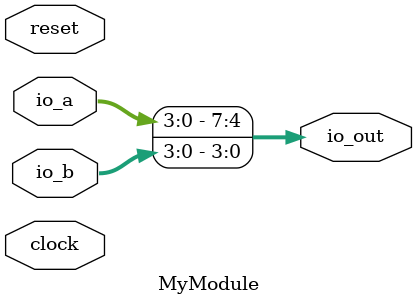
<source format=v>
module MyModule(
  input        clock,
  input        reset,
  input  [3:0] io_a,
  input  [3:0] io_b,
  output [7:0] io_out
);
  assign io_out = {io_a,io_b}; // @[Adder.scala 11:10]
endmodule

</source>
